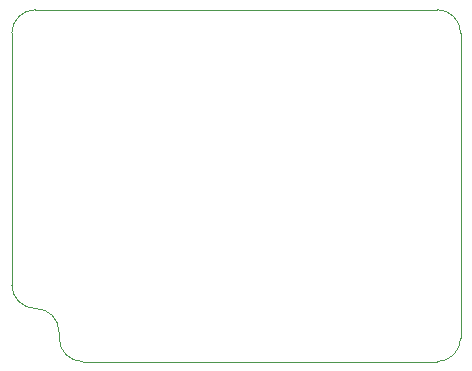
<source format=gm1>
G04 #@! TF.FileFunction,Profile,NP*
%FSLAX46Y46*%
G04 Gerber Fmt 4.6, Leading zero omitted, Abs format (unit mm)*
G04 Created by KiCad (PCBNEW 4.0.4-stable) date Wednesday, September 27, 2017 'PMt' 07:19:19 PM*
%MOMM*%
%LPD*%
G01*
G04 APERTURE LIST*
%ADD10C,0.100000*%
G04 APERTURE END LIST*
D10*
X144000000Y-123000000D02*
G75*
G03X142000000Y-121000000I-2000000J0D01*
G01*
X144000000Y-123500000D02*
G75*
G03X146000000Y-125500000I2000000J0D01*
G01*
X176000000Y-125500000D02*
G75*
G03X178000000Y-123500000I0J2000000D01*
G01*
X178000000Y-97700000D02*
G75*
G03X176000000Y-95700000I-2000000J0D01*
G01*
X142000000Y-95700000D02*
G75*
G03X140000000Y-97700000I0J-2000000D01*
G01*
X140000000Y-119000000D02*
G75*
G03X142000000Y-121000000I2000000J0D01*
G01*
X144000000Y-123500000D02*
X144000000Y-123000000D01*
X176000000Y-125500000D02*
X146000000Y-125500000D01*
X140000000Y-119000000D02*
X140000000Y-97700000D01*
X142000000Y-95700000D02*
X176000000Y-95700000D01*
X178000000Y-97700000D02*
X178000000Y-123500000D01*
M02*

</source>
